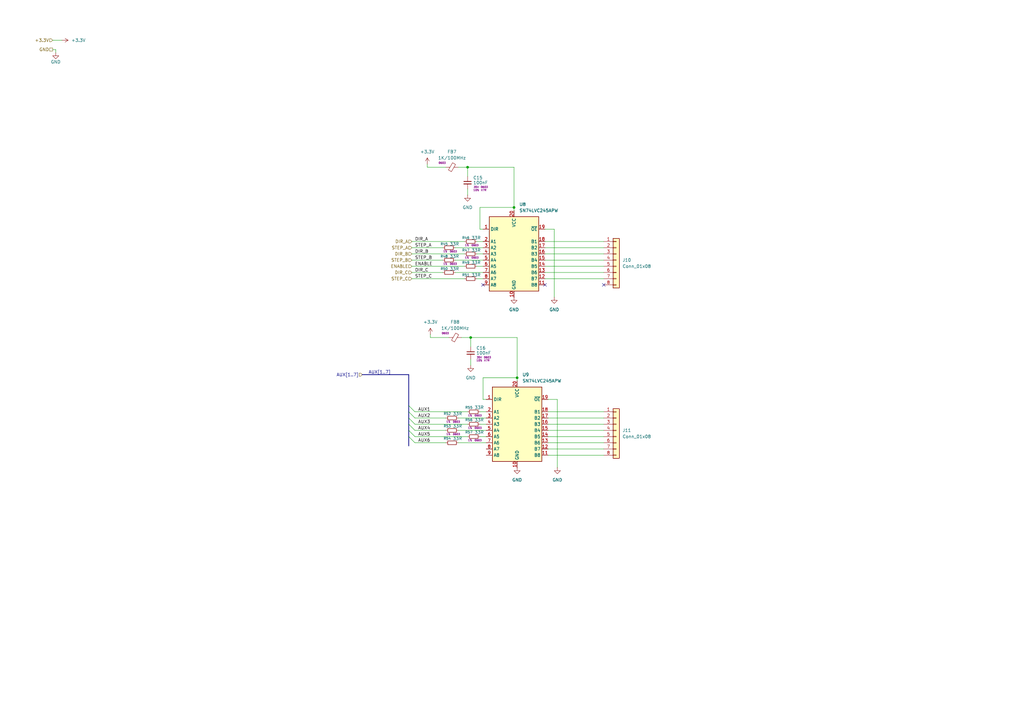
<source format=kicad_sch>
(kicad_sch (version 20250114) (generator "eeschema") (generator_version "9.0")
  (paper "A3")
  (lib_symbols
    (symbol "Connector_Generic:Conn_01x08" (pin_names (offset 1.016) (hide yes))
      (property "Reference" "J" (at 0 10.16 0))
      (property "Value" "Conn_01x08" (at 0 -12.7 0))
      (symbol "Conn_01x08_1_1"
        (rectangle (start -1.27 8.89) (end 1.27 -11.43) (stroke (width 0.254)) (fill (type background)))
        (rectangle (start -1.27 7.747) (end 0 7.493) (stroke (width 0.1524)))
        (rectangle (start -1.27 5.207) (end 0 4.953) (stroke (width 0.1524)))
        (rectangle (start -1.27 2.667) (end 0 2.413) (stroke (width 0.1524)))
        (rectangle (start -1.27 0.127) (end 0 -0.127) (stroke (width 0.1524)))
        (rectangle (start -1.27 -2.413) (end 0 -2.667) (stroke (width 0.1524)))
        (rectangle (start -1.27 -4.953) (end 0 -5.207) (stroke (width 0.1524)))
        (rectangle (start -1.27 -7.493) (end 0 -7.747) (stroke (width 0.1524)))
        (rectangle (start -1.27 -10.033) (end 0 -10.287) (stroke (width 0.1524)))
        (pin passive line (at -5.08 7.62 0) (length 3.81) (name "Pin_1") (number "1"))
        (pin passive line (at -5.08 5.08 0) (length 3.81) (name "Pin_2") (number "2"))
        (pin passive line (at -5.08 2.54 0) (length 3.81) (name "Pin_3") (number "3"))
        (pin passive line (at -5.08 0 0) (length 3.81) (name "Pin_4") (number "4"))
        (pin passive line (at -5.08 -2.54 0) (length 3.81) (name "Pin_5") (number "5"))
        (pin passive line (at -5.08 -5.08 0) (length 3.81) (name "Pin_6") (number "6"))
        (pin passive line (at -5.08 -7.62 0) (length 3.81) (name "Pin_7") (number "7"))
        (pin passive line (at -5.08 -10.16 0) (length 3.81) (name "Pin_8") (number "8"))
      )
    )
    (symbol "Device:C_Small" (pin_numbers (hide yes)) (pin_names (offset 0.254) (hide yes))
      (property "Reference" "C" (at 0.254 1.778 0))
      (property "Value" "C_Small" (at 0.254 -2.032 0))
      (symbol "C_Small_0_1"
        (polyline (pts (xy -1.524 0.508) (xy 1.524 0.508)) (stroke (width 0.3048)))
        (polyline (pts (xy -1.524 -0.508) (xy 1.524 -0.508)) (stroke (width 0.3302)))
      )
      (symbol "C_Small_1_1"
        (pin passive line (at 0 2.54 270) (length 2.032) (name "~") (number "1"))
        (pin passive line (at 0 -2.54 90) (length 2.032) (name "~") (number "2"))
      )
    )
    (symbol "Device:FerriteBead_Small" (pin_numbers (hide yes)) (pin_names (offset 0))
      (property "Reference" "FB" (at 1.905 1.27 0))
      (property "Value" "FerriteBead_Small" (at 1.905 -1.27 0))
      (symbol "FerriteBead_Small_0_1"
        (polyline (pts (xy -1.8288 0.2794) (xy -1.1176 1.4986) (xy 1.8288 -0.2032) (xy 1.1176 -1.4224) (xy -1.8288 0.2794)))
        (polyline (pts (xy 0 0.889) (xy 0 1.2954)))
        (polyline (pts (xy 0 -1.27) (xy 0 -0.7874)))
      )
      (symbol "FerriteBead_Small_1_1"
        (pin passive line (at 0 2.54 270) (length 1.27) (name "~") (number "1"))
        (pin passive line (at 0 -2.54 90) (length 1.27) (name "~") (number "2"))
      )
    )
    (symbol "Device:R_Small" (pin_numbers (hide yes)) (pin_names (offset 0.254) (hide yes))
      (property "Reference" "R" (at 0 0 90))
      (property "Value" "R_Small" (at 1.778 0 90))
      (symbol "R_Small_0_1"
        (rectangle (start -0.762 1.778) (end 0.762 -1.778) (stroke (width 0.2032)))
      )
      (symbol "R_Small_1_1"
        (pin passive line (at 0 2.54 270) (length 0.762) (name "~") (number "1"))
        (pin passive line (at 0 -2.54 90) (length 0.762) (name "~") (number "2"))
      )
    )
    (symbol "Logic_LevelTranslator:SN74LVC245APW"
      (property "Reference" "U" (at -10.16 17.78 0))
      (property "Value" "SN74LVC245APW" (at 10.16 17.78 0))
      (symbol "SN74LVC245APW_0_1"
        (rectangle (start -10.16 15.24) (end 10.16 -15.24) (stroke (width 0.254)) (fill (type background)))
      )
      (symbol "SN74LVC245APW_1_1"
        (pin input line (at -12.7 10.16 0) (length 2.54) (name "DIR") (number "1"))
        (pin bidirectional line (at -12.7 5.08 0) (length 2.54) (name "A1") (number "2"))
        (pin bidirectional line (at -12.7 2.54 0) (length 2.54) (name "A2") (number "3"))
        (pin bidirectional line (at -12.7 0 0) (length 2.54) (name "A3") (number "4"))
        (pin bidirectional line (at -12.7 -2.54 0) (length 2.54) (name "A4") (number "5"))
        (pin bidirectional line (at -12.7 -5.08 0) (length 2.54) (name "A5") (number "6"))
        (pin bidirectional line (at -12.7 -7.62 0) (length 2.54) (name "A6") (number "7"))
        (pin bidirectional line (at -12.7 -10.16 0) (length 2.54) (name "A7") (number "8"))
        (pin bidirectional line (at -12.7 -12.7 0) (length 2.54) (name "A8") (number "9"))
        (pin power_in line (at 0 17.78 270) (length 2.54) (name "VCC") (number "20"))
        (pin power_in line (at 0 -17.78 90) (length 2.54) (name "GND") (number "10"))
        (pin input line (at 12.7 10.16 180) (length 2.54) (name "~{OE}") (number "19"))
        (pin bidirectional line (at 12.7 5.08 180) (length 2.54) (name "B1") (number "18"))
        (pin bidirectional line (at 12.7 2.54 180) (length 2.54) (name "B2") (number "17"))
        (pin bidirectional line (at 12.7 0 180) (length 2.54) (name "B3") (number "16"))
        (pin bidirectional line (at 12.7 -2.54 180) (length 2.54) (name "B4") (number "15"))
        (pin bidirectional line (at 12.7 -5.08 180) (length 2.54) (name "B5") (number "14"))
        (pin bidirectional line (at 12.7 -7.62 180) (length 2.54) (name "B6") (number "13"))
        (pin bidirectional line (at 12.7 -10.16 180) (length 2.54) (name "B7") (number "12"))
        (pin bidirectional line (at 12.7 -12.7 180) (length 2.54) (name "B8") (number "11"))
      )
    )
    (symbol "power:+3.3V" (power) (pin_numbers (hide yes)) (pin_names (offset 0) (hide yes))
      (property "Value" "+3.3V" (at 0 3.556 0))
      (symbol "+3.3V_0_1"
        (polyline (pts (xy -0.762 1.27) (xy 0 2.54)))
        (polyline (pts (xy 0 2.54) (xy 0.762 1.27)))
        (polyline (pts (xy 0 0) (xy 0 2.54)))
      )
      (symbol "+3.3V_1_1"
        (pin power_in line (at 0 0 90) (length 0) (name "~") (number "1"))
      )
    )
    (symbol "power:GND" (power) (pin_numbers (hide yes)) (pin_names (offset 0) (hide yes))
      (property "Value" "GND" (at 0 -3.81 0))
      (symbol "GND_0_1"
        (polyline (pts (xy 0 0) (xy 0 -1.27) (xy 1.27 -1.27) (xy 0 -2.54) (xy -1.27 -1.27) (xy 0 -1.27)))
      )
      (symbol "GND_1_1"
        (pin power_in line (at 0 0 270) (length 0) (name "~") (number "1"))
      )
    )
  )
  (junction (at 212.09 154.94))
  (junction (at 193.04 138.43))
  (junction (at 210.82 85.09))
  (junction (at 191.77 68.58))
  (no_connect (at 223.52 116.84))
  (no_connect (at 198.12 116.84))
  (no_connect (at 247.65 116.84))
  (bus_entry (at 167.64 179.07) (size 2.54 2.54))
  (bus_entry (at 167.64 166.37) (size 2.54 2.54))
  (bus_entry (at 167.64 171.45) (size 2.54 2.54))
  (bus_entry (at 167.64 176.53) (size 2.54 2.54))
  (bus_entry (at 167.64 168.91) (size 2.54 2.54))
  (bus_entry (at 167.64 173.99) (size 2.54 2.54))
  (wire (pts (xy 187.96 171.45) (xy 199.39 171.45)))
  (bus (pts (xy 167.64 168.91) (xy 167.64 171.45)))
  (wire (pts (xy 227.33 93.98) (xy 227.33 121.92)))
  (wire (pts (xy 198.12 163.83) (xy 198.12 154.94)))
  (bus (pts (xy 167.64 166.37) (xy 167.64 168.91)))
  (wire (pts (xy 168.91 104.14) (xy 190.5 104.14)))
  (wire (pts (xy 224.79 184.15) (xy 247.65 184.15)))
  (wire (pts (xy 223.52 114.3) (xy 247.65 114.3)))
  (wire (pts (xy 224.79 186.69) (xy 247.65 186.69)))
  (wire (pts (xy 196.85 85.09) (xy 210.82 85.09)))
  (wire (pts (xy 210.82 68.58) (xy 191.77 68.58)))
  (wire (pts (xy 187.96 181.61) (xy 199.39 181.61)))
  (wire (pts (xy 168.91 109.22) (xy 190.5 109.22)))
  (wire (pts (xy 168.91 101.6) (xy 181.61 101.6)))
  (wire (pts (xy 168.91 99.06) (xy 190.5 99.06)))
  (bus (pts (xy 167.64 171.45) (xy 167.64 173.99)))
  (wire (pts (xy 191.77 80.01) (xy 191.77 77.47)))
  (wire (pts (xy 224.79 171.45) (xy 247.65 171.45)))
  (wire (pts (xy 223.52 109.22) (xy 247.65 109.22)))
  (bus (pts (xy 167.64 153.67) (xy 167.64 166.37)))
  (wire (pts (xy 193.04 142.24) (xy 193.04 138.43)))
  (wire (pts (xy 228.6 163.83) (xy 228.6 191.77)))
  (wire (pts (xy 198.12 154.94) (xy 212.09 154.94)))
  (wire (pts (xy 21.59 16.51) (xy 25.4 16.51)))
  (wire (pts (xy 195.58 99.06) (xy 198.12 99.06)))
  (wire (pts (xy 223.52 111.76) (xy 247.65 111.76)))
  (wire (pts (xy 199.39 163.83) (xy 198.12 163.83)))
  (wire (pts (xy 186.69 101.6) (xy 198.12 101.6)))
  (wire (pts (xy 175.26 68.58) (xy 175.26 67.31)))
  (wire (pts (xy 196.85 173.99) (xy 199.39 173.99)))
  (bus (pts (xy 167.64 176.53) (xy 167.64 179.07)))
  (wire (pts (xy 224.79 173.99) (xy 247.65 173.99)))
  (bus (pts (xy 167.64 179.07) (xy 167.64 182.88)))
  (wire (pts (xy 168.91 106.68) (xy 181.61 106.68)))
  (wire (pts (xy 224.79 179.07) (xy 247.65 179.07)))
  (wire (pts (xy 223.52 93.98) (xy 227.33 93.98)))
  (wire (pts (xy 223.52 106.68) (xy 247.65 106.68)))
  (wire (pts (xy 210.82 86.36) (xy 210.82 85.09)))
  (wire (pts (xy 212.09 156.21) (xy 212.09 154.94)))
  (wire (pts (xy 168.91 111.76) (xy 181.61 111.76)))
  (wire (pts (xy 176.53 138.43) (xy 184.15 138.43)))
  (wire (pts (xy 195.58 109.22) (xy 198.12 109.22)))
  (wire (pts (xy 223.52 104.14) (xy 247.65 104.14)))
  (wire (pts (xy 22.86 20.32) (xy 22.86 21.59)))
  (wire (pts (xy 223.52 101.6) (xy 247.65 101.6)))
  (wire (pts (xy 212.09 138.43) (xy 193.04 138.43)))
  (wire (pts (xy 189.23 138.43) (xy 193.04 138.43)))
  (wire (pts (xy 198.12 93.98) (xy 196.85 93.98)))
  (wire (pts (xy 195.58 114.3) (xy 198.12 114.3)))
  (wire (pts (xy 170.18 181.61) (xy 182.88 181.61)))
  (wire (pts (xy 223.52 99.06) (xy 247.65 99.06)))
  (wire (pts (xy 224.79 168.91) (xy 247.65 168.91)))
  (wire (pts (xy 196.85 93.98) (xy 196.85 85.09)))
  (bus (pts (xy 167.64 173.99) (xy 167.64 176.53)))
  (wire (pts (xy 187.96 68.58) (xy 191.77 68.58)))
  (wire (pts (xy 170.18 176.53) (xy 182.88 176.53)))
  (wire (pts (xy 168.91 114.3) (xy 190.5 114.3)))
  (wire (pts (xy 196.85 179.07) (xy 199.39 179.07)))
  (wire (pts (xy 21.59 20.32) (xy 22.86 20.32)))
  (wire (pts (xy 193.04 149.86) (xy 193.04 147.32)))
  (wire (pts (xy 170.18 173.99) (xy 191.77 173.99)))
  (wire (pts (xy 176.53 138.43) (xy 176.53 137.16)))
  (wire (pts (xy 187.96 176.53) (xy 199.39 176.53)))
  (wire (pts (xy 224.79 176.53) (xy 247.65 176.53)))
  (wire (pts (xy 170.18 179.07) (xy 191.77 179.07)))
  (wire (pts (xy 224.79 181.61) (xy 247.65 181.61)))
  (wire (pts (xy 195.58 104.14) (xy 198.12 104.14)))
  (wire (pts (xy 186.69 111.76) (xy 198.12 111.76)))
  (wire (pts (xy 210.82 85.09) (xy 210.82 68.58)))
  (wire (pts (xy 196.85 168.91) (xy 199.39 168.91)))
  (wire (pts (xy 212.09 154.94) (xy 212.09 138.43)))
  (wire (pts (xy 170.18 168.91) (xy 191.77 168.91)))
  (wire (pts (xy 186.69 106.68) (xy 198.12 106.68)))
  (wire (pts (xy 191.77 72.39) (xy 191.77 68.58)))
  (wire (pts (xy 224.79 163.83) (xy 228.6 163.83)))
  (bus (pts (xy 148.59 153.67) (xy 167.64 153.67)))
  (wire (pts (xy 175.26 68.58) (xy 182.88 68.58)))
  (wire (pts (xy 170.18 171.45) (xy 182.88 171.45)))
  (label "DIR_B" (at 170.18 104.14 0))
  (label "DIR_A" (at 170.18 99.06 0))
  (label "STEP_B" (at 170.18 106.68 0))
  (label "AUX5" (at 171.45 179.07 0))
  (label "STEP_A" (at 170.18 101.6 0))
  (label "AUX1" (at 171.45 168.91 0))
  (label "AUX3" (at 171.45 173.99 0))
  (label "AUX2" (at 171.45 171.45 0))
  (label "AUX6" (at 171.45 181.61 0))
  (label "ENABLE" (at 170.18 109.22 0))
  (label "STEP_C" (at 170.18 114.3 0))
  (label "AUX[1..7]" (at 151.13 153.67 0))
  (label "DIR_C" (at 170.18 111.76 0))
  (label "AUX4" (at 171.45 176.53 0))
  (hierarchical_label "STEP_C" (shape input) (at 168.91 114.3 180))
  (hierarchical_label "DIR_B" (shape input) (at 168.91 104.14 180))
  (hierarchical_label "STEP_B" (shape input) (at 168.91 106.68 180))
  (hierarchical_label "DIR_A" (shape input) (at 168.91 99.06 180))
  (hierarchical_label "GND" (shape passive) (at 21.59 20.32 180))
  (hierarchical_label "DIR_C" (shape input) (at 168.91 111.76 180))
  (hierarchical_label "+3.3V" (shape input) (at 21.59 16.51 180))
  (hierarchical_label "STEP_A" (shape input) (at 168.91 101.6 180))
  (hierarchical_label "AUX[1..7]" (shape input) (at 148.59 153.67 180))
  (hierarchical_label "ENABLE" (shape input) (at 168.91 109.22 180))
  (symbol (lib_id "Device:R_Small") (at 185.42 171.45 90) (unit 1)
    (property "Reference" "R52" (at 181.864 169.672 90) (effects (font (size 1.016 1.016)) (justify right)))
    (property "Value" "33R" (at 185.674 169.672 90) (effects (justify right)))
    (property "Footprint" "Resistor_SMD:R_0603_1608Metric" (effects (hide yes)))
    (property "Description" "Resistor, small symbol" (effects (hide yes)))
    (property "Case" "0603" (at 187.198 172.974 90) (effects (font (size 0.762 0.762))))
    (property "Tolerance" "1%" (at 183.896 172.974 90) (effects (font (size 0.762 0.762))))
  )
  (symbol (lib_id "Device:R_Small") (at 184.15 106.68 90) (unit 1)
    (property "Reference" "R48" (at 180.594 105.156 90) (effects (font (size 1.016 1.016)) (justify right)))
    (property "Value" "33R" (at 184.404 105.156 90) (effects (justify right)))
    (property "Footprint" "Resistor_SMD:R_0603_1608Metric" (effects (hide yes)))
    (property "Description" "Resistor, small symbol" (effects (hide yes)))
    (property "Case" "0603" (at 185.928 108.204 90) (effects (font (size 0.762 0.762))))
    (property "Tolerance" "1%" (at 182.626 108.204 90) (effects (font (size 0.762 0.762))))
  )
  (symbol (lib_id "power:+3.3V") (at 176.53 137.16 0) (unit 1)
    (property "Reference" "#PWR075" (effects (hide yes)))
    (property "Value" "+3.3V" (at 176.53 132.08 0))
    (property "Description" "Power symbol creates a global label with name \"+3.3V\"" (effects (hide yes)))
  )
  (symbol (lib_id "Connector_Generic:Conn_01x08") (at 252.73 176.53 0) (unit 1)
    (property "Reference" "J11" (at 255.27 176.5299 0) (effects (justify left)))
    (property "Value" "Conn_01x08" (at 255.27 179.0699 0) (effects (justify left)))
    (property "Footprint" "Connector_JST:JST_PH_B8B-PH-K_1x08_P2.00mm_Vertical" (effects (hide yes)))
    (property "Description" "Generic connector, single row, 01x08, script generated (kicad-library-utils/schlib/autogen/connector/)" (effects (hide yes)))
  )
  (symbol (lib_id "power:GND") (at 228.6 191.77 0) (unit 1)
    (property "Reference" "#PWR078" (effects (hide yes)))
    (property "Value" "GND" (at 228.6 196.85 0))
    (property "Description" "Power symbol creates a global label with name \"GND\" , ground" (effects (hide yes)))
  )
  (symbol (lib_id "power:GND") (at 227.33 121.92 0) (unit 1)
    (property "Reference" "#PWR074" (effects (hide yes)))
    (property "Value" "GND" (at 227.33 127 0))
    (property "Description" "Power symbol creates a global label with name \"GND\" , ground" (effects (hide yes)))
  )
  (symbol (lib_id "Connector_Generic:Conn_01x08") (at 252.73 106.68 0) (unit 1)
    (property "Reference" "J10" (at 255.27 106.6799 0) (effects (justify left)))
    (property "Value" "Conn_01x08" (at 255.27 109.2199 0) (effects (justify left)))
    (property "Footprint" "Connector_JST:JST_PH_B8B-PH-K_1x08_P2.00mm_Vertical" (effects (hide yes)))
    (property "Description" "Generic connector, single row, 01x08, script generated (kicad-library-utils/schlib/autogen/connector/)" (effects (hide yes)))
  )
  (symbol (lib_id "Device:FerriteBead_Small") (at 185.42 68.58 90) (unit 1)
    (property "Reference" "FB7" (at 185.3819 62.23 90))
    (property "Value" "1K/100MHz" (at 185.3819 64.77 90))
    (property "Footprint" "Inductor_SMD:L_0603_1608Metric" (effects (hide yes)))
    (property "Description" "Ferrite bead, small symbol" (effects (hide yes)))
    (property "case" "0603" (at 181.356 66.802 90) (effects (font (size 0.762 0.762))))
  )
  (symbol (lib_id "Device:R_Small") (at 185.42 181.61 90) (unit 1)
    (property "Reference" "R54" (at 181.864 179.832 90) (effects (font (size 1.016 1.016)) (justify right)))
    (property "Value" "33R" (at 185.674 179.832 90) (effects (justify right)))
    (property "Footprint" "Resistor_SMD:R_0603_1608Metric" (effects (hide yes)))
    (property "Description" "Resistor, small symbol" (effects (hide yes)))
    (property "Case" "0603" (effects (hide yes)))
    (property "Tolerance" "1%" (effects (hide yes)))
  )
  (symbol (lib_id "power:GND") (at 22.86 21.59 0) (unit 1)
    (property "Reference" "#PWR090" (effects (hide yes)))
    (property "Value" "GND" (at 22.86 25.4 0))
    (property "Description" "Power symbol creates a global label with name \"GND\" , ground" (effects (hide yes)))
  )
  (symbol (lib_id "Logic_LevelTranslator:SN74LVC245APW") (at 212.09 173.99 0) (unit 1)
    (property "Reference" "U9" (at 214.2333 153.67 0) (effects (justify left)))
    (property "Value" "SN74LVC245APW" (at 214.2333 156.21 0) (effects (justify left)))
    (property "Footprint" "Package_SO:TSSOP-20_4.4x6.5mm_P0.65mm" (effects (hide yes)))
    (property "Datasheet" "https://www.ti.com/lit/ds/scas218x/scas218x.pdf" (effects (hide yes)))
    (property "Description" "8-Bit Single-Supply Bus Transceiver With 5V tolerant input voltage and 3-State Outputs 24mA, TSSOP-20" (effects (hide yes)))
  )
  (symbol (lib_id "Device:R_Small") (at 194.31 168.91 90) (unit 1)
    (property "Reference" "R55" (at 190.754 167.132 90) (effects (font (size 1.016 1.016)) (justify right)))
    (property "Value" "33R" (at 194.564 167.132 90) (effects (justify right)))
    (property "Footprint" "Resistor_SMD:R_0603_1608Metric" (effects (hide yes)))
    (property "Description" "Resistor, small symbol" (effects (hide yes)))
    (property "Case" "0603" (at 196.088 170.434 90) (effects (font (size 0.762 0.762))))
    (property "Tolerance" "1%" (at 192.786 170.434 90) (effects (font (size 0.762 0.762))))
  )
  (symbol (lib_id "power:GND") (at 193.04 149.86 0) (unit 1)
    (property "Reference" "#PWR076" (effects (hide yes)))
    (property "Value" "GND" (at 193.04 154.94 0))
    (property "Description" "Power symbol creates a global label with name \"GND\" , ground" (effects (hide yes)))
  )
  (symbol (lib_id "Device:R_Small") (at 193.04 109.22 90) (unit 1)
    (property "Reference" "R49" (at 189.484 107.696 90) (effects (font (size 1.016 1.016)) (justify right)))
    (property "Value" "33R" (at 193.294 107.696 90) (effects (justify right)))
    (property "Footprint" "Resistor_SMD:R_0603_1608Metric" (effects (hide yes)))
    (property "Description" "Resistor, small symbol" (effects (hide yes)))
    (property "Case" "0603" (effects (hide yes)))
    (property "Tolerance" "1%" (effects (hide yes)))
  )
  (symbol (lib_id "Device:R_Small") (at 193.04 104.14 90) (unit 1)
    (property "Reference" "R47" (at 189.484 102.616 90) (effects (font (size 1.016 1.016)) (justify right)))
    (property "Value" "33R" (at 193.294 102.616 90) (effects (justify right)))
    (property "Footprint" "Resistor_SMD:R_0603_1608Metric" (effects (hide yes)))
    (property "Description" "Resistor, small symbol" (effects (hide yes)))
    (property "Case" "0603" (at 194.818 105.664 90) (effects (font (size 0.762 0.762))))
    (property "Tolerance" "1%" (at 191.516 105.664 90) (effects (font (size 0.762 0.762))))
  )
  (symbol (lib_id "power:GND") (at 210.82 121.92 0) (unit 1)
    (property "Reference" "#PWR073" (effects (hide yes)))
    (property "Value" "GND" (at 210.82 127 0))
    (property "Description" "Power symbol creates a global label with name \"GND\" , ground" (effects (hide yes)))
  )
  (symbol (lib_id "Device:R_Small") (at 193.04 114.3 90) (unit 1)
    (property "Reference" "R51" (at 189.484 112.776 90) (effects (font (size 1.016 1.016)) (justify right)))
    (property "Value" "33R" (at 193.294 112.776 90) (effects (justify right)))
    (property "Footprint" "Resistor_SMD:R_0603_1608Metric" (effects (hide yes)))
    (property "Description" "Resistor, small symbol" (effects (hide yes)))
    (property "Case" "0603" (effects (hide yes)))
    (property "Tolerance" "1%" (effects (hide yes)))
  )
  (symbol (lib_id "Device:C_Small") (at 191.77 74.93 0) (unit 1)
    (property "Reference" "C15" (at 194.056 72.898 0) (effects (justify left)))
    (property "Value" "100nF" (at 194.056 74.93 0) (effects (justify left)))
    (property "Footprint" "Capacitor_SMD:C_0603_1608Metric" (effects (hide yes)))
    (property "Description" "Unpolarized capacitor, small symbol" (effects (hide yes)))
    (property "Tolerance" "10%" (at 195.326 77.978 0) (effects (font (size 0.762 0.762))))
    (property "Case" "0603" (at 198.628 76.708 0) (effects (font (size 0.762 0.762))))
    (property "Voltage" "35V" (at 195.326 76.708 0) (effects (font (size 0.762 0.762))))
    (property "Dielectric" "X7R" (at 198.374 77.978 0) (effects (font (size 0.762 0.762))))
  )
  (symbol (lib_id "Device:FerriteBead_Small") (at 186.69 138.43 90) (unit 1)
    (property "Reference" "FB8" (at 186.6519 132.08 90))
    (property "Value" "1K/100MHz" (at 186.6519 134.62 90))
    (property "Footprint" "Inductor_SMD:L_0603_1608Metric" (effects (hide yes)))
    (property "Description" "Ferrite bead, small symbol" (effects (hide yes)))
    (property "case" "0603" (at 182.626 136.652 90) (effects (font (size 0.762 0.762))))
  )
  (symbol (lib_id "Device:R_Small") (at 184.15 101.6 90) (unit 1)
    (property "Reference" "R45" (at 180.594 100.076 90) (effects (font (size 1.016 1.016)) (justify right)))
    (property "Value" "33R" (at 184.404 100.076 90) (effects (justify right)))
    (property "Footprint" "Resistor_SMD:R_0603_1608Metric" (effects (hide yes)))
    (property "Description" "Resistor, small symbol" (effects (hide yes)))
    (property "Case" "0603" (at 185.928 103.124 90) (effects (font (size 0.762 0.762))))
    (property "Tolerance" "1%" (at 182.626 103.124 90) (effects (font (size 0.762 0.762))))
  )
  (symbol (lib_id "Logic_LevelTranslator:SN74LVC245APW") (at 210.82 104.14 0) (unit 1)
    (property "Reference" "U8" (at 212.9633 83.82 0) (effects (justify left)))
    (property "Value" "SN74LVC245APW" (at 212.9633 86.36 0) (effects (justify left)))
    (property "Footprint" "Package_SO:TSSOP-20_4.4x6.5mm_P0.65mm" (effects (hide yes)))
    (property "Datasheet" "https://www.ti.com/lit/ds/scas218x/scas218x.pdf" (effects (hide yes)))
    (property "Description" "8-Bit Single-Supply Bus Transceiver With 5V tolerant input voltage and 3-State Outputs 24mA, TSSOP-20" (effects (hide yes)))
  )
  (symbol (lib_id "Device:R_Small") (at 184.15 111.76 90) (unit 1)
    (property "Reference" "R50" (at 180.594 110.236 90) (effects (font (size 1.016 1.016)) (justify right)))
    (property "Value" "33R" (at 184.404 110.236 90) (effects (justify right)))
    (property "Footprint" "Resistor_SMD:R_0603_1608Metric" (effects (hide yes)))
    (property "Description" "Resistor, small symbol" (effects (hide yes)))
    (property "Case" "0603" (effects (hide yes)))
    (property "Tolerance" "1%" (effects (hide yes)))
  )
  (symbol (lib_id "power:GND") (at 212.09 191.77 0) (unit 1)
    (property "Reference" "#PWR077" (effects (hide yes)))
    (property "Value" "GND" (at 212.09 196.85 0))
    (property "Description" "Power symbol creates a global label with name \"GND\" , ground" (effects (hide yes)))
  )
  (symbol (lib_id "Device:R_Small") (at 194.31 179.07 90) (unit 1)
    (property "Reference" "R57" (at 190.754 177.292 90) (effects (font (size 1.016 1.016)) (justify right)))
    (property "Value" "33R" (at 194.564 177.292 90) (effects (justify right)))
    (property "Footprint" "Resistor_SMD:R_0603_1608Metric" (effects (hide yes)))
    (property "Description" "Resistor, small symbol" (effects (hide yes)))
    (property "Case" "0603" (at 196.088 180.594 90) (effects (font (size 0.762 0.762))))
    (property "Tolerance" "1%" (at 192.786 180.594 90) (effects (font (size 0.762 0.762))))
  )
  (symbol (lib_id "Device:R_Small") (at 185.42 176.53 90) (unit 1)
    (property "Reference" "R53" (at 181.864 174.752 90) (effects (font (size 1.016 1.016)) (justify right)))
    (property "Value" "33R" (at 185.674 174.752 90) (effects (justify right)))
    (property "Footprint" "Resistor_SMD:R_0603_1608Metric" (effects (hide yes)))
    (property "Description" "Resistor, small symbol" (effects (hide yes)))
    (property "Case" "0603" (at 187.198 178.054 90) (effects (font (size 0.762 0.762))))
    (property "Tolerance" "1%" (at 183.896 178.054 90) (effects (font (size 0.762 0.762))))
  )
  (symbol (lib_id "Device:C_Small") (at 193.04 144.78 0) (unit 1)
    (property "Reference" "C16" (at 195.326 142.748 0) (effects (justify left)))
    (property "Value" "100nF" (at 195.326 144.78 0) (effects (justify left)))
    (property "Footprint" "Capacitor_SMD:C_0603_1608Metric" (effects (hide yes)))
    (property "Description" "Unpolarized capacitor, small symbol" (effects (hide yes)))
    (property "Tolerance" "10%" (at 196.596 147.828 0) (effects (font (size 0.762 0.762))))
    (property "Case" "0603" (at 199.898 146.558 0) (effects (font (size 0.762 0.762))))
    (property "Voltage" "35V" (at 196.596 146.558 0) (effects (font (size 0.762 0.762))))
    (property "Dielectric" "X7R" (at 199.644 147.828 0) (effects (font (size 0.762 0.762))))
  )
  (symbol (lib_id "Device:R_Small") (at 194.31 173.99 90) (unit 1)
    (property "Reference" "R56" (at 190.754 172.212 90) (effects (font (size 1.016 1.016)) (justify right)))
    (property "Value" "33R" (at 194.564 172.212 90) (effects (justify right)))
    (property "Footprint" "Resistor_SMD:R_0603_1608Metric" (effects (hide yes)))
    (property "Description" "Resistor, small symbol" (effects (hide yes)))
    (property "Case" "0603" (at 196.088 175.514 90) (effects (font (size 0.762 0.762))))
    (property "Tolerance" "1%" (at 192.786 175.514 90) (effects (font (size 0.762 0.762))))
  )
  (symbol (lib_id "power:+3.3V") (at 175.26 67.31 0) (unit 1)
    (property "Reference" "#PWR071" (effects (hide yes)))
    (property "Value" "+3.3V" (at 175.26 62.23 0))
    (property "Description" "Power symbol creates a global label with name \"+3.3V\"" (effects (hide yes)))
  )
  (symbol (lib_id "power:GND") (at 191.77 80.01 0) (unit 1)
    (property "Reference" "#PWR072" (effects (hide yes)))
    (property "Value" "GND" (at 191.77 85.09 0))
    (property "Description" "Power symbol creates a global label with name \"GND\" , ground" (effects (hide yes)))
  )
  (symbol (lib_id "Device:R_Small") (at 193.04 99.06 90) (unit 1)
    (property "Reference" "R46" (at 189.484 97.536 90) (effects (font (size 1.016 1.016)) (justify right)))
    (property "Value" "33R" (at 193.294 97.536 90) (effects (justify right)))
    (property "Footprint" "Resistor_SMD:R_0603_1608Metric" (effects (hide yes)))
    (property "Description" "Resistor, small symbol" (effects (hide yes)))
    (property "Case" "0603" (at 194.818 100.584 90) (effects (font (size 0.762 0.762))))
    (property "Tolerance" "1%" (at 191.516 100.584 90) (effects (font (size 0.762 0.762))))
  )
  (symbol (lib_id "power:+3.3V") (at 25.4 16.51 270) (unit 1)
    (property "Reference" "#PWR091" (effects (hide yes)))
    (property "Value" "+3.3V" (at 29.21 16.5099 90) (effects (justify left)))
    (property "Description" "Power symbol creates a global label with name \"+3.3V\"" (effects (hide yes)))
  )
)
</source>
